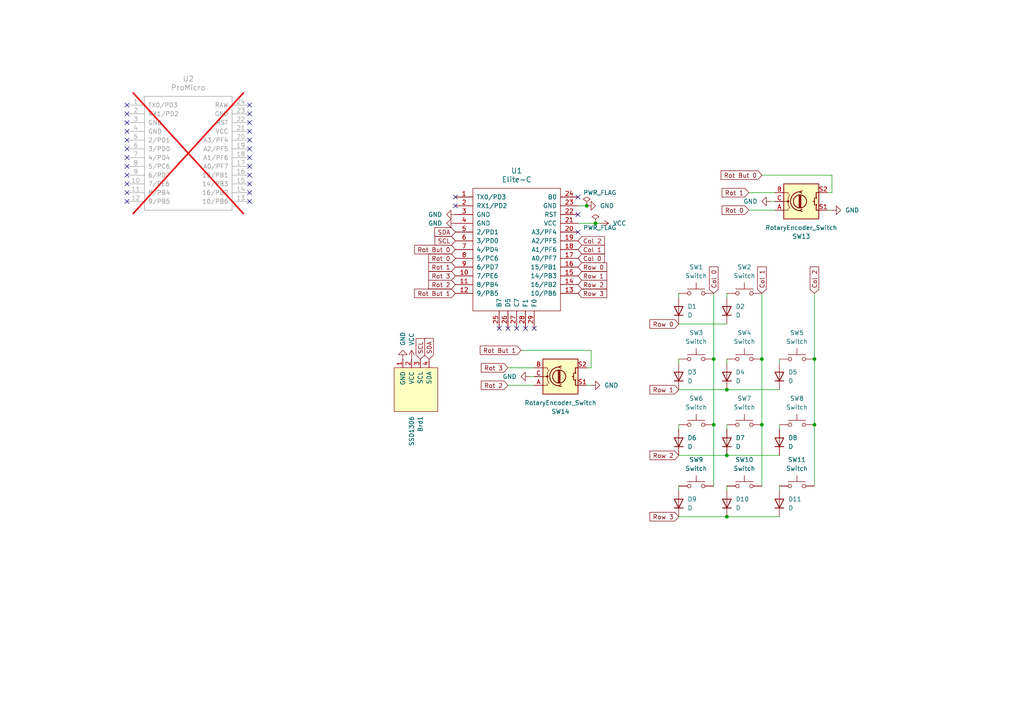
<source format=kicad_sch>
(kicad_sch (version 20230121) (generator eeschema)
  (paper "A4")
  (lib_symbols
    (symbol "Device:D" (pin_numbers hide) (pin_names (offset 1.016) hide)
      (property "Reference" "D" (at 0 2.54 0))
      (property "Value" "D" (at 0 -2.54 0))
      (symbol "D_0_1"
        (polyline (pts (xy -1.27 1.27) (xy -1.27 -1.27)) (stroke (width 0.254)))
        (polyline (pts (xy 1.27 0) (xy -1.27 0)))
        (polyline (pts (xy 1.27 1.27) (xy 1.27 -1.27) (xy -1.27 0) (xy 1.27 1.27)) (stroke (width 0.254)))
      )
      (symbol "D_1_1"
        (pin passive line (at -3.81 0 0) (length 2.54) (name "K") (number "1"))
        (pin passive line (at 3.81 0 180) (length 2.54) (name "A") (number "2"))
      )
    )
    (symbol "Device:RotaryEncoder_Switch" (pin_names (offset 0.254) hide)
      (property "Reference" "SW" (at 0 6.604 0))
      (property "Value" "RotaryEncoder_Switch" (at 0 -6.604 0))
      (symbol "RotaryEncoder_Switch_0_1"
        (rectangle (start -5.08 5.08) (end 5.08 -5.08) (stroke (width 0.254)) (fill (type background)))
        (circle (center -3.81 0) (radius 0.254) (fill (type outline)))
        (circle (center -0.381 0) (radius 1.905) (stroke (width 0.254)))
        (arc (start -0.381 2.667) (mid -3.0988 -0.0635) (end -0.381 -2.794) (stroke (width 0.254)))
        (polyline (pts (xy -0.635 -1.778) (xy -0.635 1.778)) (stroke (width 0.254)))
        (polyline (pts (xy -0.381 -1.778) (xy -0.381 1.778)) (stroke (width 0.254)))
        (polyline (pts (xy -0.127 1.778) (xy -0.127 -1.778)) (stroke (width 0.254)))
        (polyline (pts (xy 3.81 0) (xy 3.429 0)) (stroke (width 0.254)))
        (polyline (pts (xy 3.81 1.016) (xy 3.81 -1.016)) (stroke (width 0.254)))
        (polyline (pts (xy -5.08 -2.54) (xy -3.81 -2.54) (xy -3.81 -2.032)))
        (polyline (pts (xy -5.08 2.54) (xy -3.81 2.54) (xy -3.81 2.032)))
        (polyline (pts (xy 0.254 -3.048) (xy -0.508 -2.794) (xy 0.127 -2.413)) (stroke (width 0.254)))
        (polyline (pts (xy 0.254 2.921) (xy -0.508 2.667) (xy 0.127 2.286)) (stroke (width 0.254)))
        (polyline (pts (xy 5.08 -2.54) (xy 4.318 -2.54) (xy 4.318 -1.016)) (stroke (width 0.254)))
        (polyline (pts (xy 5.08 2.54) (xy 4.318 2.54) (xy 4.318 1.016)) (stroke (width 0.254)))
        (polyline (pts (xy -5.08 0) (xy -3.81 0) (xy -3.81 -1.016) (xy -3.302 -2.032)))
        (polyline (pts (xy -4.318 0) (xy -3.81 0) (xy -3.81 1.016) (xy -3.302 2.032)))
        (circle (center 4.318 -1.016) (radius 0.127) (stroke (width 0.254)))
        (circle (center 4.318 1.016) (radius 0.127) (stroke (width 0.254)))
      )
      (symbol "RotaryEncoder_Switch_1_1"
        (pin passive line (at -7.62 2.54 0) (length 2.54) (name "A") (number "A"))
        (pin passive line (at -7.62 -2.54 0) (length 2.54) (name "B") (number "B"))
        (pin passive line (at -7.62 0 0) (length 2.54) (name "C") (number "C"))
        (pin passive line (at 7.62 2.54 180) (length 2.54) (name "S1") (number "S1"))
        (pin passive line (at 7.62 -2.54 180) (length 2.54) (name "S2") (number "S2"))
      )
    )
    (symbol "SSD1306-128x64_OLED:SSD1306" (pin_names (offset 1.016))
      (property "Reference" "Brd1" (at 1.27 -7.62 90))
      (property "Value" "SSD1306" (at -1.27 -7.62 90))
      (symbol "SSD1306_0_1"
        (rectangle (start -6.35 6.35) (end 6.35 -6.35) (fill (type background)))
      )
      (symbol "SSD1306_1_1"
        (pin input line (at -3.81 8.89 270) (length 2.54) (name "GND") (number "1"))
        (pin input line (at -1.27 8.89 270) (length 2.54) (name "VCC") (number "2"))
        (pin bidirectional line (at 1.27 8.89 270) (length 2.54) (name "SCL") (number "3"))
        (pin bidirectional line (at 3.81 8.89 270) (length 2.54) (name "SDA") (number "4"))
      )
    )
    (symbol "keebio:Elite-C" (pin_names (offset 1.016))
      (property "Reference" "U" (at 0 0 0))
      (property "Value" "Elite-C" (at 0 2.54 0))
      (symbol "Elite-C_0_1"
        (rectangle (start 12.7 -19.05) (end -12.7 16.51))
      )
      (symbol "Elite-C_1_1"
        (pin input line (at -17.78 13.97 0) (length 5.08) (name "TX0/PD3") (number "1"))
        (pin input line (at -17.78 -8.89 0) (length 5.08) (name "7/PE6") (number "10"))
        (pin input line (at -17.78 -11.43 0) (length 5.08) (name "8/PB4") (number "11"))
        (pin input line (at -17.78 -13.97 0) (length 5.08) (name "9/PB5") (number "12"))
        (pin input line (at 17.78 -13.97 180) (length 5.08) (name "10/PB6") (number "13"))
        (pin input line (at 17.78 -11.43 180) (length 5.08) (name "16/PB2") (number "14"))
        (pin input line (at 17.78 -8.89 180) (length 5.08) (name "14/PB3") (number "15"))
        (pin input line (at 17.78 -6.35 180) (length 5.08) (name "15/PB1") (number "16"))
        (pin input line (at 17.78 -3.81 180) (length 5.08) (name "A0/PF7") (number "17"))
        (pin input line (at 17.78 -1.27 180) (length 5.08) (name "A1/PF6") (number "18"))
        (pin input line (at 17.78 1.27 180) (length 5.08) (name "A2/PF5") (number "19"))
        (pin input line (at -17.78 11.43 0) (length 5.08) (name "RX1/PD2") (number "2"))
        (pin input line (at 17.78 3.81 180) (length 5.08) (name "A3/PF4") (number "20"))
        (pin input line (at 17.78 6.35 180) (length 5.08) (name "VCC") (number "21"))
        (pin input line (at 17.78 8.89 180) (length 5.08) (name "RST") (number "22"))
        (pin input line (at 17.78 11.43 180) (length 5.08) (name "GND") (number "23"))
        (pin input line (at 17.78 13.97 180) (length 5.08) (name "B0") (number "24"))
        (pin input line (at -5.08 -24.13 90) (length 5.08) (name "B7") (number "25"))
        (pin input line (at -2.54 -24.13 90) (length 5.08) (name "D5") (number "26"))
        (pin input line (at 0 -24.13 90) (length 5.08) (name "C7") (number "27"))
        (pin input line (at 2.54 -24.13 90) (length 5.08) (name "F1") (number "28"))
        (pin input line (at 5.08 -24.13 90) (length 5.08) (name "F0") (number "29"))
        (pin input line (at -17.78 8.89 0) (length 5.08) (name "GND") (number "3"))
        (pin input line (at -17.78 6.35 0) (length 5.08) (name "GND") (number "4"))
        (pin input line (at -17.78 3.81 0) (length 5.08) (name "2/PD1") (number "5"))
        (pin input line (at -17.78 1.27 0) (length 5.08) (name "3/PD0") (number "6"))
        (pin input line (at -17.78 -1.27 0) (length 5.08) (name "4/PD4") (number "7"))
        (pin input line (at -17.78 -3.81 0) (length 5.08) (name "5/PC6") (number "8"))
        (pin input line (at -17.78 -6.35 0) (length 5.08) (name "6/PD7") (number "9"))
      )
    )
    (symbol "keebio:ProMicro" (pin_names (offset 1.016))
      (property "Reference" "U" (at 0 0 0))
      (property "Value" "ProMicro" (at 0 -19.05 0))
      (symbol "ProMicro_0_1"
        (rectangle (start -12.7 -16.51) (end 12.7 16.51))
      )
      (symbol "ProMicro_1_1"
        (pin input line (at -17.78 13.97 0) (length 5.08) (name "TX0/PD3") (number "1"))
        (pin input line (at -17.78 -8.89 0) (length 5.08) (name "7/PE6") (number "10"))
        (pin input line (at -17.78 -11.43 0) (length 5.08) (name "8/PB4") (number "11"))
        (pin input line (at -17.78 -13.97 0) (length 5.08) (name "9/PB5") (number "12"))
        (pin input line (at 17.78 -13.97 180) (length 5.08) (name "10/PB6") (number "13"))
        (pin input line (at 17.78 -11.43 180) (length 5.08) (name "16/PB2") (number "14"))
        (pin input line (at 17.78 -8.89 180) (length 5.08) (name "14/PB3") (number "15"))
        (pin input line (at 17.78 -6.35 180) (length 5.08) (name "15/PB1") (number "16"))
        (pin input line (at 17.78 -3.81 180) (length 5.08) (name "A0/PF7") (number "17"))
        (pin input line (at 17.78 -1.27 180) (length 5.08) (name "A1/PF6") (number "18"))
        (pin input line (at 17.78 1.27 180) (length 5.08) (name "A2/PF5") (number "19"))
        (pin input line (at -17.78 11.43 0) (length 5.08) (name "RX1/PD2") (number "2"))
        (pin input line (at 17.78 3.81 180) (length 5.08) (name "A3/PF4") (number "20"))
        (pin input line (at 17.78 6.35 180) (length 5.08) (name "VCC") (number "21"))
        (pin input line (at 17.78 8.89 180) (length 5.08) (name "RST") (number "22"))
        (pin input line (at 17.78 11.43 180) (length 5.08) (name "GND") (number "23"))
        (pin input line (at 17.78 13.97 180) (length 5.08) (name "RAW") (number "24"))
        (pin input line (at -17.78 8.89 0) (length 5.08) (name "GND") (number "3"))
        (pin input line (at -17.78 6.35 0) (length 5.08) (name "GND") (number "4"))
        (pin input line (at -17.78 3.81 0) (length 5.08) (name "2/PD1") (number "5"))
        (pin input line (at -17.78 1.27 0) (length 5.08) (name "3/PD0") (number "6"))
        (pin input line (at -17.78 -1.27 0) (length 5.08) (name "4/PD4") (number "7"))
        (pin input line (at -17.78 -3.81 0) (length 5.08) (name "5/PC6") (number "8"))
        (pin input line (at -17.78 -6.35 0) (length 5.08) (name "6/PD7") (number "9"))
      )
    )
    (symbol "power:GND" (power) (pin_names (offset 0))
      (property "Value" "GND" (at 0 -3.81 0))
      (symbol "GND_0_1"
        (polyline (pts (xy 0 0) (xy 0 -1.27) (xy 1.27 -1.27) (xy 0 -2.54) (xy -1.27 -1.27) (xy 0 -1.27)))
      )
      (symbol "GND_1_1"
        (pin power_in line (at 0 0 270) (length 0) hide (name "GND") (number "1"))
      )
    )
    (symbol "power:PWR_FLAG" (power) (pin_numbers hide) (pin_names (offset 0) hide)
      (property "Value" "PWR_FLAG" (at 0 3.81 0))
      (symbol "PWR_FLAG_0_0"
        (pin power_out line (at 0 0 90) (length 0) (name "pwr") (number "1"))
      )
      (symbol "PWR_FLAG_0_1"
        (polyline (pts (xy 0 0) (xy 0 1.27) (xy -1.016 1.905) (xy 0 2.54) (xy 1.016 1.905) (xy 0 1.27)))
      )
    )
    (symbol "power:VCC" (power) (pin_names (offset 0))
      (property "Value" "VCC" (at 0 3.81 0))
      (symbol "VCC_0_1"
        (polyline (pts (xy -0.762 1.27) (xy 0 2.54)))
        (polyline (pts (xy 0 0) (xy 0 2.54)))
        (polyline (pts (xy 0 2.54) (xy 0.762 1.27)))
      )
      (symbol "VCC_1_1"
        (pin power_in line (at 0 0 90) (length 0) hide (name "VCC") (number "1"))
      )
    )
    (symbol "scottokeebs:Placeholder_Switch" (pin_numbers hide) (pin_names (offset 1.016) hide)
      (property "Reference" "SW" (at 1.27 2.54 0))
      (property "Value" "Switch" (at 0 -1.524 0))
      (symbol "Placeholder_Switch_0_1"
        (circle (center -2.032 0) (radius 0.508))
        (polyline (pts (xy 0 1.27) (xy 0 3.048)))
        (polyline (pts (xy 2.54 1.27) (xy -2.54 1.27)))
        (circle (center 2.032 0) (radius 0.508))
        (pin passive line (at -5.08 0 0) (length 2.54) (name "1") (number "1"))
        (pin passive line (at 5.08 0 180) (length 2.54) (name "2") (number "2"))
      )
    )
  )
  (junction (at 220.98 104.14))
  (junction (at 172.72 64.77))
  (junction (at 207.01 123.19))
  (junction (at 220.98 123.19))
  (junction (at 170.18 59.69))
  (junction (at 236.22 104.14))
  (junction (at 210.82 149.86))
  (junction (at 210.82 132.08))
  (junction (at 210.82 113.03))
  (junction (at 236.22 123.19))
  (junction (at 207.01 104.14))
  (no_connect (at 167.64 62.23))
  (no_connect (at 72.39 58.42))
  (no_connect (at 72.39 33.02))
  (no_connect (at 154.94 95.25))
  (no_connect (at 72.39 38.1))
  (no_connect (at 72.39 40.64))
  (no_connect (at 36.83 33.02))
  (no_connect (at 72.39 55.88))
  (no_connect (at 147.32 95.25))
  (no_connect (at 36.83 35.56))
  (no_connect (at 72.39 45.72))
  (no_connect (at 72.39 35.56))
  (no_connect (at 167.64 57.15))
  (no_connect (at 36.83 40.64))
  (no_connect (at 36.83 55.88))
  (no_connect (at 132.08 57.15))
  (no_connect (at 72.39 43.18))
  (no_connect (at 167.64 67.31))
  (no_connect (at 72.39 30.48))
  (no_connect (at 72.39 48.26))
  (no_connect (at 36.83 50.8))
  (no_connect (at 132.08 59.69))
  (no_connect (at 36.83 43.18))
  (no_connect (at 36.83 30.48))
  (no_connect (at 36.83 38.1))
  (no_connect (at 72.39 50.8))
  (no_connect (at 72.39 53.34))
  (no_connect (at 36.83 58.42))
  (no_connect (at 152.4 95.25))
  (no_connect (at 36.83 48.26))
  (no_connect (at 149.86 95.25))
  (no_connect (at 144.78 95.25))
  (no_connect (at 36.83 45.72))
  (no_connect (at 36.83 53.34))
  (wire (pts (xy 240.03 55.88) (xy 241.3 55.88)))
  (wire (pts (xy 210.82 85.09) (xy 210.82 86.36)))
  (wire (pts (xy 170.18 106.68) (xy 171.45 106.68)))
  (wire (pts (xy 226.06 140.97) (xy 226.06 142.24)))
  (wire (pts (xy 241.3 60.96) (xy 240.03 60.96)))
  (wire (pts (xy 210.82 149.86) (xy 226.06 149.86)))
  (wire (pts (xy 226.06 104.14) (xy 226.06 105.41)))
  (wire (pts (xy 170.18 59.69) (xy 167.64 59.69)))
  (wire (pts (xy 236.22 123.19) (xy 236.22 140.97)))
  (wire (pts (xy 196.85 149.86) (xy 210.82 149.86)))
  (wire (pts (xy 207.01 123.19) (xy 207.01 140.97)))
  (wire (pts (xy 236.22 85.09) (xy 236.22 104.14)))
  (wire (pts (xy 171.45 106.68) (xy 171.45 101.6)))
  (wire (pts (xy 220.98 85.09) (xy 220.98 104.14)))
  (wire (pts (xy 210.82 123.19) (xy 210.82 124.46)))
  (wire (pts (xy 173.99 64.77) (xy 172.72 64.77)))
  (wire (pts (xy 224.79 58.42) (xy 223.52 58.42)))
  (wire (pts (xy 241.3 55.88) (xy 241.3 50.8)))
  (wire (pts (xy 154.94 106.68) (xy 147.32 106.68)))
  (wire (pts (xy 196.85 85.09) (xy 196.85 86.36)))
  (wire (pts (xy 196.85 123.19) (xy 196.85 124.46)))
  (wire (pts (xy 220.98 123.19) (xy 220.98 140.97)))
  (wire (pts (xy 220.98 50.8) (xy 241.3 50.8)))
  (wire (pts (xy 226.06 123.19) (xy 226.06 124.46)))
  (wire (pts (xy 154.94 111.76) (xy 147.32 111.76)))
  (wire (pts (xy 196.85 104.14) (xy 196.85 105.41)))
  (wire (pts (xy 210.82 140.97) (xy 210.82 142.24)))
  (wire (pts (xy 210.82 132.08) (xy 226.06 132.08)))
  (wire (pts (xy 151.13 101.6) (xy 171.45 101.6)))
  (wire (pts (xy 196.85 113.03) (xy 210.82 113.03)))
  (wire (pts (xy 236.22 104.14) (xy 236.22 123.19)))
  (wire (pts (xy 196.85 140.97) (xy 196.85 142.24)))
  (wire (pts (xy 172.72 64.77) (xy 167.64 64.77)))
  (wire (pts (xy 154.94 109.22) (xy 153.67 109.22)))
  (wire (pts (xy 210.82 104.14) (xy 210.82 105.41)))
  (wire (pts (xy 224.79 60.96) (xy 217.17 60.96)))
  (wire (pts (xy 224.79 55.88) (xy 217.17 55.88)))
  (wire (pts (xy 196.85 93.98) (xy 210.82 93.98)))
  (wire (pts (xy 207.01 85.09) (xy 207.01 104.14)))
  (wire (pts (xy 207.01 104.14) (xy 207.01 123.19)))
  (wire (pts (xy 196.85 132.08) (xy 210.82 132.08)))
  (wire (pts (xy 220.98 104.14) (xy 220.98 123.19)))
  (wire (pts (xy 210.82 113.03) (xy 226.06 113.03)))
  (wire (pts (xy 171.45 111.76) (xy 170.18 111.76)))
  (global_label "Rot 2" (shape input) (at 132.08 82.55 180) (property "Intersheetrefs" "${INTERSHEET_REFS}" (effects hide)))
  (global_label "Col 2" (shape input) (at 167.64 69.85 0) (property "Intersheetrefs" "${INTERSHEET_REFS}" (effects hide)))
  (global_label "SDA" (shape input) (at 124.46 104.14 90) (property "Intersheetrefs" "${INTERSHEET_REFS}" (effects hide)))
  (global_label "Col 1" (shape input) (at 220.98 85.09 90) (property "Intersheetrefs" "${INTERSHEET_REFS}" (effects hide)))
  (global_label "Col 0" (shape input) (at 167.64 74.93 0) (property "Intersheetrefs" "${INTERSHEET_REFS}" (effects hide)))
  (global_label "Row 3" (shape input) (at 167.64 85.09 0) (property "Intersheetrefs" "${INTERSHEET_REFS}" (effects hide)))
  (global_label "Rot But 0" (shape input) (at 132.08 72.39 180) (property "Intersheetrefs" "${INTERSHEET_REFS}" (effects hide)))
  (global_label "Row 0" (shape input) (at 167.64 77.47 0) (property "Intersheetrefs" "${INTERSHEET_REFS}" (effects hide)))
  (global_label "Row 2" (shape input) (at 196.85 132.08 180) (property "Intersheetrefs" "${INTERSHEET_REFS}" (effects hide)))
  (global_label "Rot But 0" (shape input) (at 220.98 50.8 180) (property "Intersheetrefs" "${INTERSHEET_REFS}" (effects hide)))
  (global_label "Row 1" (shape input) (at 167.64 80.01 0) (property "Intersheetrefs" "${INTERSHEET_REFS}" (effects hide)))
  (global_label "SCL" (shape input) (at 121.92 104.14 90) (property "Intersheetrefs" "${INTERSHEET_REFS}" (effects hide)))
  (global_label "Col 1" (shape input) (at 167.64 72.39 0) (property "Intersheetrefs" "${INTERSHEET_REFS}" (effects hide)))
  (global_label "Col 2" (shape input) (at 236.22 85.09 90) (property "Intersheetrefs" "${INTERSHEET_REFS}" (effects hide)))
  (global_label "Rot But 1" (shape input) (at 132.08 85.09 180) (property "Intersheetrefs" "${INTERSHEET_REFS}" (effects hide)))
  (global_label "SCL" (shape input) (at 132.08 69.85 180) (property "Intersheetrefs" "${INTERSHEET_REFS}" (effects hide)))
  (global_label "Rot 3" (shape input) (at 132.08 80.01 180) (property "Intersheetrefs" "${INTERSHEET_REFS}" (effects hide)))
  (global_label "Rot 0" (shape input) (at 132.08 74.93 180) (property "Intersheetrefs" "${INTERSHEET_REFS}" (effects hide)))
  (global_label "SDA" (shape input) (at 132.08 67.31 180) (property "Intersheetrefs" "${INTERSHEET_REFS}" (effects hide)))
  (global_label "Row 3" (shape input) (at 196.85 149.86 180) (property "Intersheetrefs" "${INTERSHEET_REFS}" (effects hide)))
  (global_label "Rot But 1" (shape input) (at 151.13 101.6 180) (property "Intersheetrefs" "${INTERSHEET_REFS}" (effects hide)))
  (global_label "Row 0" (shape input) (at 196.85 93.98 180) (property "Intersheetrefs" "${INTERSHEET_REFS}" (effects hide)))
  (global_label "Rot 1" (shape input) (at 132.08 77.47 180) (property "Intersheetrefs" "${INTERSHEET_REFS}" (effects hide)))
  (global_label "Row 1" (shape input) (at 196.85 113.03 180) (property "Intersheetrefs" "${INTERSHEET_REFS}" (effects hide)))
  (global_label "Rot 0" (shape input) (at 217.17 60.96 180) (property "Intersheetrefs" "${INTERSHEET_REFS}" (effects hide)))
  (global_label "Row 2" (shape input) (at 167.64 82.55 0) (property "Intersheetrefs" "${INTERSHEET_REFS}" (effects hide)))
  (global_label "Rot 3" (shape input) (at 147.32 106.68 180) (property "Intersheetrefs" "${INTERSHEET_REFS}" (effects hide)))
  (global_label "Rot 1" (shape input) (at 217.17 55.88 180) (property "Intersheetrefs" "${INTERSHEET_REFS}" (effects hide)))
  (global_label "Col 0" (shape input) (at 207.01 85.09 90) (property "Intersheetrefs" "${INTERSHEET_REFS}" (effects hide)))
  (global_label "Rot 2" (shape input) (at 147.32 111.76 180) (property "Intersheetrefs" "${INTERSHEET_REFS}" (effects hide)))
  (symbol (lib_id "power:GND") (at 153.67 109.22 270) (unit 1)
    (property "Reference" "#PWR08" (effects hide))
    (property "Value" "GND" (at 149.86 109.22 90) (effects (justify right)))
  )
  (symbol (lib_id "scottokeebs:Placeholder_Switch") (at 201.93 104.14 0) (unit 1)
    (property "Reference" "SW3" (at 201.93 96.52 0))
    (property "Value" "Switch" (at 201.93 99.06 0))
    (property "Footprint" "ScottoKeebs_MX:MX_PCB_1.00u" (effects hide))
  )
  (symbol (lib_id "Device:D") (at 196.85 109.22 90) (unit 1)
    (property "Reference" "D3" (at 199.39 107.95 90) (effects (justify right)))
    (property "Value" "D" (at 199.39 110.49 90) (effects (justify right)))
    (property "Footprint" "keyboard_parts.pretty-master:D_SOD123_axial" (effects hide))
    (property "Sim.Device" "D" (effects hide))
    (property "Sim.Pins" "1=K 2=A" (effects hide))
  )
  (symbol (lib_id "scottokeebs:Placeholder_Switch") (at 215.9 85.09 0) (unit 1)
    (property "Reference" "SW2" (at 215.9 77.47 0))
    (property "Value" "Switch" (at 215.9 80.01 0))
    (property "Footprint" "ScottoKeebs_MX:MX_PCB_1.00u" (effects hide))
  )
  (symbol (lib_id "power:GND") (at 171.45 111.76 90) (unit 1)
    (property "Reference" "#PWR07" (effects hide))
    (property "Value" "GND" (at 175.26 111.76 90) (effects (justify right)))
  )
  (symbol (lib_id "scottokeebs:Placeholder_Switch") (at 201.93 123.19 0) (unit 1)
    (property "Reference" "SW6" (at 201.93 115.57 0))
    (property "Value" "Switch" (at 201.93 118.11 0))
    (property "Footprint" "ScottoKeebs_MX:MX_PCB_1.00u" (effects hide))
  )
  (symbol (lib_id "power:GND") (at 116.84 104.14 180) (unit 1)
    (property "Reference" "#PWR09" (effects hide))
    (property "Value" "GND" (at 116.84 100.33 90) (effects (justify right)))
  )
  (symbol (lib_id "SSD1306-128x64_OLED:SSD1306") (at 120.65 113.03 0) (unit 1)
    (property "Reference" "Brd1" (at 121.92 120.65 90) (effects (justify right)))
    (property "Value" "SSD1306" (at 119.38 120.65 90) (effects (justify right)))
    (property "Footprint" "SSD1306:128x64OLED" (effects hide))
  )
  (symbol (lib_id "power:PWR_FLAG") (at 172.72 64.77 0) (unit 1)
    (property "Reference" "#FLG02" (effects hide))
    (property "Value" "PWR_FLAG" (at 173.99 66.04 0))
  )
  (symbol (lib_id "keebio:ProMicro") (at 54.61 44.45 0) (unit 1) (in_bom no) (on_board no) (dnp yes)
    (property "Reference" "U2" (at 54.61 22.86 0) (effects (font (size 1.524 1.524))))
    (property "Value" "ProMicro" (at 54.61 25.4 0) (effects (font (size 1.524 1.524))))
    (property "Sim.Enable" "0" (effects hide))
  )
  (symbol (lib_id "scottokeebs:Placeholder_Switch") (at 201.93 140.97 0) (unit 1)
    (property "Reference" "SW9" (at 201.93 133.35 0))
    (property "Value" "Switch" (at 201.93 135.89 0))
    (property "Footprint" "ScottoKeebs_MX:MX_PCB_1.00u" (effects hide))
  )
  (symbol (lib_id "power:VCC") (at 173.99 64.77 270) (unit 1)
    (property "Reference" "#PWR03" (effects hide))
    (property "Value" "VCC" (at 177.8 64.77 90) (effects (justify left)))
  )
  (symbol (lib_id "power:GND") (at 170.18 59.69 90) (unit 1)
    (property "Reference" "#PWR01" (effects hide))
    (property "Value" "GND" (at 173.99 59.69 90) (effects (justify right)))
  )
  (symbol (lib_id "Device:D") (at 210.82 90.17 90) (unit 1)
    (property "Reference" "D2" (at 213.36 88.9 90) (effects (justify right)))
    (property "Value" "D" (at 213.36 91.44 90) (effects (justify right)))
    (property "Footprint" "keyboard_parts.pretty-master:D_SOD123_axial" (effects hide))
    (property "Sim.Device" "D" (effects hide))
    (property "Sim.Pins" "1=K 2=A" (effects hide))
  )
  (symbol (lib_id "power:VCC") (at 119.38 104.14 0) (unit 1)
    (property "Reference" "#PWR010" (effects hide))
    (property "Value" "VCC" (at 119.38 100.33 90) (effects (justify left)))
  )
  (symbol (lib_id "scottokeebs:Placeholder_Switch") (at 215.9 140.97 0) (unit 1)
    (property "Reference" "SW10" (at 215.9 133.35 0))
    (property "Value" "Switch" (at 215.9 135.89 0))
    (property "Footprint" "ScottoKeebs_MX:MX_PCB_1.00u" (effects hide))
  )
  (symbol (lib_id "Device:D") (at 196.85 90.17 90) (unit 1)
    (property "Reference" "D1" (at 199.39 88.9 90) (effects (justify right)))
    (property "Value" "D" (at 199.39 91.44 90) (effects (justify right)))
    (property "Footprint" "keyboard_parts.pretty-master:D_SOD123_axial" (effects hide))
    (property "Sim.Device" "D" (effects hide))
    (property "Sim.Pins" "1=K 2=A" (effects hide))
  )
  (symbol (lib_id "Device:D") (at 196.85 128.27 90) (unit 1)
    (property "Reference" "D6" (at 199.39 127 90) (effects (justify right)))
    (property "Value" "D" (at 199.39 129.54 90) (effects (justify right)))
    (property "Footprint" "keyboard_parts.pretty-master:D_SOD123_axial" (effects hide))
    (property "Sim.Device" "D" (effects hide))
    (property "Sim.Pins" "1=K 2=A" (effects hide))
  )
  (symbol (lib_id "power:GND") (at 132.08 64.77 270) (unit 1)
    (property "Reference" "#PWR04" (effects hide))
    (property "Value" "GND" (at 128.27 64.77 90) (effects (justify right)))
  )
  (symbol (lib_id "Device:D") (at 196.85 146.05 90) (unit 1)
    (property "Reference" "D9" (at 199.39 144.78 90) (effects (justify right)))
    (property "Value" "D" (at 199.39 147.32 90) (effects (justify right)))
    (property "Footprint" "keyboard_parts.pretty-master:D_SOD123_axial" (effects hide))
    (property "Sim.Device" "D" (effects hide))
    (property "Sim.Pins" "1=K 2=A" (effects hide))
  )
  (symbol (lib_id "Device:RotaryEncoder_Switch") (at 232.41 58.42 0) (mirror x) (unit 1)
    (property "Reference" "SW13" (at 232.41 68.58 0))
    (property "Value" "RotaryEncoder_Switch" (at 232.41 66.04 0))
    (property "Footprint" "Keebio-Parts:RotaryEncoder_Alps_EC11E-Switch_Vertical_H20mm" (effects hide))
  )
  (symbol (lib_id "Device:D") (at 210.82 146.05 90) (unit 1)
    (property "Reference" "D10" (at 213.36 144.78 90) (effects (justify right)))
    (property "Value" "D" (at 213.36 147.32 90) (effects (justify right)))
    (property "Footprint" "keyboard_parts.pretty-master:D_SOD123_axial" (effects hide))
    (property "Sim.Device" "D" (effects hide))
    (property "Sim.Pins" "1=K 2=A" (effects hide))
  )
  (symbol (lib_id "scottokeebs:Placeholder_Switch") (at 215.9 104.14 0) (unit 1)
    (property "Reference" "SW4" (at 215.9 96.52 0))
    (property "Value" "Switch" (at 215.9 99.06 0))
    (property "Footprint" "ScottoKeebs_MX:MX_PCB_1.00u" (effects hide))
  )
  (symbol (lib_id "scottokeebs:Placeholder_Switch") (at 231.14 140.97 0) (unit 1)
    (property "Reference" "SW11" (at 231.14 133.35 0))
    (property "Value" "Switch" (at 231.14 135.89 0))
    (property "Footprint" "ScottoKeebs_MX:MX_PCB_1.00u" (effects hide))
  )
  (symbol (lib_id "Device:RotaryEncoder_Switch") (at 162.56 109.22 0) (mirror x) (unit 1)
    (property "Reference" "SW14" (at 162.56 119.38 0))
    (property "Value" "RotaryEncoder_Switch" (at 162.56 116.84 0))
    (property "Footprint" "Keebio-Parts:RotaryEncoder_Alps_EC11E-Switch_Vertical_H20mm" (effects hide))
  )
  (symbol (lib_id "scottokeebs:Placeholder_Switch") (at 231.14 123.19 0) (unit 1)
    (property "Reference" "SW8" (at 231.14 115.57 0))
    (property "Value" "Switch" (at 231.14 118.11 0))
    (property "Footprint" "ScottoKeebs_MX:MX_PCB_1.00u" (effects hide))
  )
  (symbol (lib_id "Device:D") (at 210.82 128.27 90) (unit 1)
    (property "Reference" "D7" (at 213.36 127 90) (effects (justify right)))
    (property "Value" "D" (at 213.36 129.54 90) (effects (justify right)))
    (property "Footprint" "keyboard_parts.pretty-master:D_SOD123_axial" (effects hide))
    (property "Sim.Device" "D" (effects hide))
    (property "Sim.Pins" "1=K 2=A" (effects hide))
  )
  (symbol (lib_id "scottokeebs:Placeholder_Switch") (at 231.14 104.14 0) (unit 1)
    (property "Reference" "SW5" (at 231.14 96.52 0))
    (property "Value" "Switch" (at 231.14 99.06 0))
    (property "Footprint" "ScottoKeebs_MX:MX_PCB_1.00u" (effects hide))
  )
  (symbol (lib_id "power:PWR_FLAG") (at 170.18 59.69 0) (unit 1)
    (property "Reference" "#FLG01" (effects hide))
    (property "Value" "PWR_FLAG" (at 173.99 55.88 0))
  )
  (symbol (lib_id "Device:D") (at 226.06 146.05 90) (unit 1)
    (property "Reference" "D11" (at 228.6 144.78 90) (effects (justify right)))
    (property "Value" "D" (at 228.6 147.32 90) (effects (justify right)))
    (property "Footprint" "keyboard_parts.pretty-master:D_SOD123_axial" (effects hide))
    (property "Sim.Device" "D" (effects hide))
    (property "Sim.Pins" "1=K 2=A" (effects hide))
  )
  (symbol (lib_id "scottokeebs:Placeholder_Switch") (at 201.93 85.09 0) (unit 1)
    (property "Reference" "SW1" (at 201.93 77.47 0))
    (property "Value" "Switch" (at 201.93 80.01 0))
    (property "Footprint" "ScottoKeebs_MX:MX_PCB_1.00u" (effects hide))
  )
  (symbol (lib_id "power:GND") (at 241.3 60.96 90) (unit 1)
    (property "Reference" "#PWR05" (effects hide))
    (property "Value" "GND" (at 245.11 60.96 90) (effects (justify right)))
  )
  (symbol (lib_id "Device:D") (at 210.82 109.22 90) (unit 1)
    (property "Reference" "D4" (at 213.36 107.95 90) (effects (justify right)))
    (property "Value" "D" (at 213.36 110.49 90) (effects (justify right)))
    (property "Footprint" "keyboard_parts.pretty-master:D_SOD123_axial" (effects hide))
    (property "Sim.Device" "D" (effects hide))
    (property "Sim.Pins" "1=K 2=A" (effects hide))
  )
  (symbol (lib_id "Device:D") (at 226.06 128.27 90) (unit 1)
    (property "Reference" "D8" (at 228.6 127 90) (effects (justify right)))
    (property "Value" "D" (at 228.6 129.54 90) (effects (justify right)))
    (property "Footprint" "keyboard_parts.pretty-master:D_SOD123_axial" (effects hide))
    (property "Sim.Device" "D" (effects hide))
    (property "Sim.Pins" "1=K 2=A" (effects hide))
  )
  (symbol (lib_id "Device:D") (at 226.06 109.22 90) (unit 1)
    (property "Reference" "D5" (at 228.6 107.95 90) (effects (justify right)))
    (property "Value" "D" (at 228.6 110.49 90) (effects (justify right)))
    (property "Footprint" "keyboard_parts.pretty-master:D_SOD123_axial" (effects hide))
    (property "Sim.Device" "D" (effects hide))
    (property "Sim.Pins" "1=K 2=A" (effects hide))
  )
  (symbol (lib_id "power:GND") (at 132.08 62.23 270) (unit 1)
    (property "Reference" "#PWR02" (effects hide))
    (property "Value" "GND" (at 128.27 62.23 90) (effects (justify right)))
  )
  (symbol (lib_id "power:GND") (at 223.52 58.42 270) (unit 1)
    (property "Reference" "#PWR06" (effects hide))
    (property "Value" "GND" (at 219.71 58.42 90) (effects (justify right)))
  )
  (symbol (lib_id "scottokeebs:Placeholder_Switch") (at 215.9 123.19 0) (unit 1)
    (property "Reference" "SW7" (at 215.9 115.57 0))
    (property "Value" "Switch" (at 215.9 118.11 0))
    (property "Footprint" "ScottoKeebs_MX:MX_PCB_1.00u" (effects hide))
  )
  (symbol (lib_id "keebio:Elite-C") (at 149.86 71.12 0) (unit 1)
    (property "Reference" "U1" (at 149.86 49.53 0) (effects (font (size 1.524 1.524))))
    (property "Value" "Elite-C" (at 149.86 52.07 0) (effects (font (size 1.524 1.524))))
    (property "Footprint" "Keebio-Parts:Elite-C-castellated-29pin-holes" (effects hide))
  )
)
</source>
